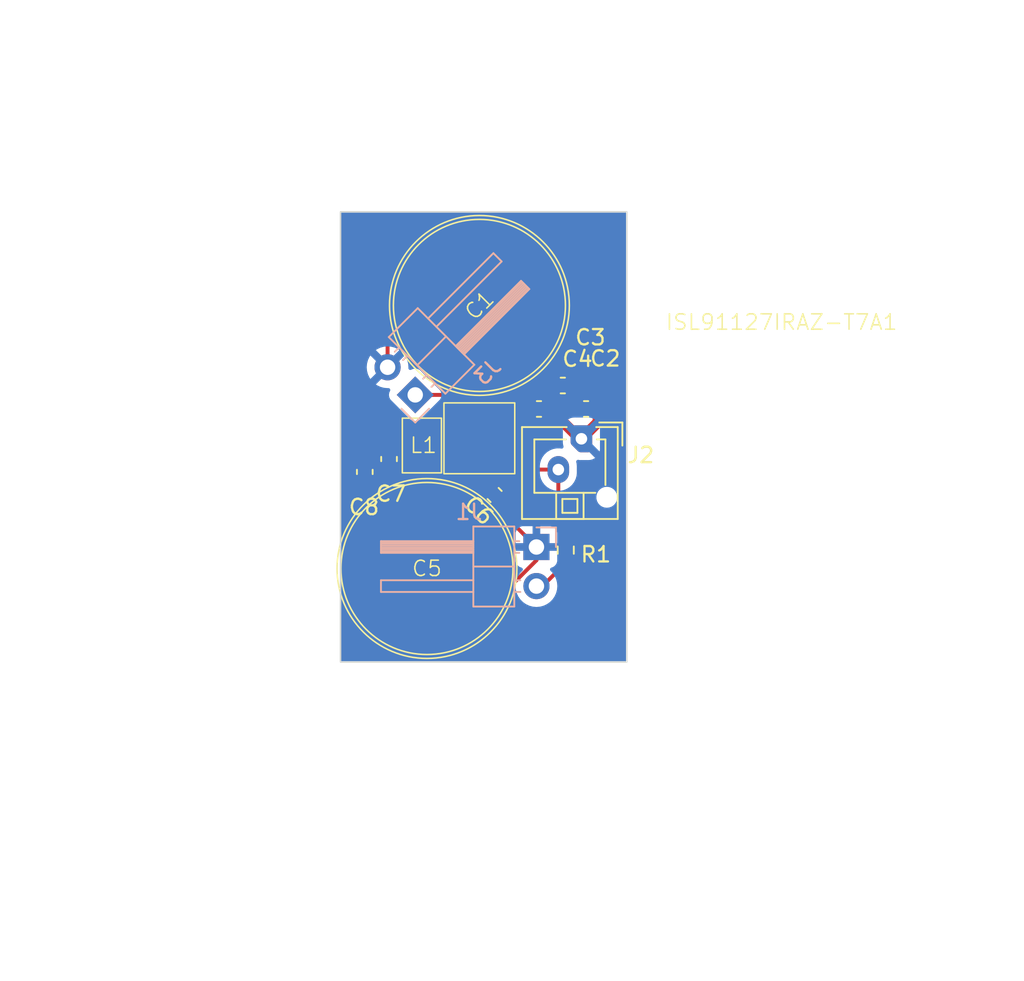
<source format=kicad_pcb>
(kicad_pcb (version 20221018) (generator pcbnew)
  (layers (0 "F.Cu" signal) (31 "B.Cu" signal) (34 "B.Paste" user) (35 "F.Paste" user) (36 "B.SilkS" user "B.Silkscreen") (37 "F.SilkS" user "F.Silkscreen") (38 "B.Mask" user) (39 "F.Mask" user) (44 "Edge.Cuts" user))
  (net 0 "")
  (net 1 "Earth")
  (net 2 "Net-(ISL91127IRAZ-T7A1-LX2-Pad1)")
  (net 3 "Net-(ISL91127IRAZ-T7A1-LX1-Pad4)")
  (net 5 "+5C")
  (net 6 "Net-(ISL91127IRAZ-T7A1-EN)")
  (net 7 "+5V")
  (footprint "Capacitor_SMD:C_0603_1608Metric" (layer "F.Cu") (at 161.5948 84.8868)
    (fp_text reference "C2" (at 1.2446 -3.2766) (layer "F.SilkS"))
    (fp_text value "C" hide)
    (fp_line (start -0.14058 -0.51) (end 0.14058 -0.51) (stroke (width 0.12)) (layer "F.SilkS"))
    (fp_line (start -0.14058 0.51) (end 0.14058 0.51) (stroke (width 0.12)) (layer "F.SilkS"))
    (pad "1" smd roundrect (at -0.775 0) (size 0.9 0.95) (layers "F.Cu" "F.Paste" "F.Mask") (net 5 "+5C"))
    (pad "2" smd roundrect (at 0.775 0) (size 0.9 0.95) (layers "F.Cu" "F.Paste" "F.Mask") (net 1 "Earth"))
  )
  (footprint "Capacitor_SMD:C_0603_1608Metric" (layer "F.Cu") (at 147.2184 88.9762 90)
    (fp_text reference "C8" (at -2.286 -0.0508 180) (layer "F.SilkS"))
    (fp_text value "C" hide)
    (fp_line (start -0.14058 -0.51) (end 0.14058 -0.51) (stroke (width 0.12)) (layer "F.SilkS"))
    (fp_line (start -0.14058 0.51) (end 0.14058 0.51) (stroke (width 0.12)) (layer "F.SilkS"))
    (pad "1" smd roundrect (at -0.775 0 90) (size 0.9 0.95) (layers "F.Cu" "F.Paste" "F.Mask") (net 6 "Net-(ISL91127IRAZ-T7A1-EN)"))
    (pad "2" smd roundrect (at 0.775 0 90) (size 0.9 0.95) (layers "F.Cu" "F.Paste" "F.Mask") (net 1 "Earth"))
  )
  (footprint "BuckBoosterLibrary:EEE(Capacitor)" (layer "F.Cu") (at 151.257 95.25)
    (fp_text reference "C5" (at 0 0 unlocked) (layer "F.SilkS") (effects (font (thickness 0.1))))
    (fp_text value "C")
    (fp_circle (center 0 0) (end 0 -5.842) (stroke (width 0.1)) (fill none) (layer "F.SilkS"))
    (fp_circle (center 0 0) (end 5.588 0) (stroke (width 0.1)) (fill none) (layer "F.SilkS"))
    (pad "1" smd roundrect (at 0 -3.55) (size 2 4) (layers "F.Cu" "F.Paste" "F.Mask") (net 6 "Net-(ISL91127IRAZ-T7A1-EN)"))
    (pad "2" smd roundrect (at 0 3.55) (size 2 4) (layers "F.Cu" "F.Paste" "F.Mask") (net 1 "Earth"))
  )
  (footprint "Resistor_SMD:R_0603_1608Metric" (layer "F.Cu") (at 160.274 94.0562 -90)
    (fp_text reference "R1" (at 0.2794 -1.9558 -180) (layer "F.SilkS"))
    (fp_text value "R" hide)
    (fp_line (start -0.237258 -0.5225) (end 0.237258 -0.5225) (stroke (width 0.12)) (layer "F.SilkS"))
    (fp_line (start -0.237258 0.5225) (end 0.237258 0.5225) (stroke (width 0.12)) (layer "F.SilkS"))
    (pad "1" smd roundrect (at -0.825 0 270) (size 0.8 0.95) (layers "F.Cu" "F.Paste" "F.Mask") (net 6 "Net-(ISL91127IRAZ-T7A1-EN)"))
    (pad "2" smd roundrect (at 0.825 0 270) (size 0.8 0.95) (layers "F.Cu" "F.Paste" "F.Mask") (net 7 "+5V"))
  )
  (footprint "Capacitor_SMD:C_0603_1608Metric" (layer "F.Cu") (at 160.0832 83.3628)
    (fp_text reference "C3" (at 1.791 -3.1242) (layer "F.SilkS"))
    (fp_text value "C" hide)
    (fp_line (start -0.14058 -0.51) (end 0.14058 -0.51) (stroke (width 0.12)) (layer "F.SilkS"))
    (fp_line (start -0.14058 0.51) (end 0.14058 0.51) (stroke (width 0.12)) (layer "F.SilkS"))
    (pad "1" smd roundrect (at -0.775 0) (size 0.9 0.95) (layers "F.Cu" "F.Paste" "F.Mask") (net 5 "+5C"))
    (pad "2" smd roundrect (at 0.775 0) (size 0.9 0.95) (layers "F.Cu" "F.Paste" "F.Mask") (net 1 "Earth"))
  )
  (footprint "BuckBoosterLibrary:MEKK Inductor" (layer "F.Cu") (at 150.9268 87.2592 90)
    (fp_text reference "L1" (at 0.0102 0.1016 unlocked) (layer "F.SilkS") (effects (font (thickness 0.1))))
    (fp_text value "L" hide)
    (fp_rect (start -1.778 -1.27) (end 1.778 1.27) (stroke (width 0.1)) (fill none) (layer "F.SilkS"))
    (pad "1" smd roundrect (at -0.95 0 90) (size 0.9 2.2) (layers "F.Cu" "F.Paste" "F.Mask") (net 3 "Net-(ISL91127IRAZ-T7A1-LX1-Pad4)"))
    (pad "2" smd roundrect (at 0.95 0 90) (size 0.9 2.2) (layers "F.Cu" "F.Paste" "F.Mask") (net 2 "Net-(ISL91127IRAZ-T7A1-LX2-Pad1)"))
  )
  (footprint "Capacitor_SMD:C_0603_1608Metric" (layer "F.Cu") (at 148.7932 88.138 90)
    (fp_text reference "C7" (at -2.2606 0.127 180) (layer "F.SilkS"))
    (fp_text value "C" hide)
    (fp_line (start -0.14058 -0.51) (end 0.14058 -0.51) (stroke (width 0.12)) (layer "F.SilkS"))
    (fp_line (start -0.14058 0.51) (end 0.14058 0.51) (stroke (width 0.12)) (layer "F.SilkS"))
    (pad "1" smd roundrect (at -0.775 0 90) (size 0.9 0.95) (layers "F.Cu" "F.Paste" "F.Mask") (net 6 "Net-(ISL91127IRAZ-T7A1-EN)"))
    (pad "2" smd roundrect (at 0.775 0 90) (size 0.9 0.95) (layers "F.Cu" "F.Paste" "F.Mask") (net 1 "Earth"))
  )
  (footprint "Capacitor_SMD:C_0603_1608Metric" (layer "F.Cu") (at 155.6512 90.4748 -45)
    (fp_text reference "C6" (at -0.01724 1.41816 135) (layer "F.SilkS"))
    (fp_text value "C" hide)
    (fp_line (start -0.14058 -0.51) (end 0.14058 -0.51) (stroke (width 0.12)) (layer "F.SilkS"))
    (fp_line (start -0.14058 0.51) (end 0.14058 0.51) (stroke (width 0.12)) (layer "F.SilkS"))
    (pad "1" smd roundrect (at -0.775 0 315) (size 0.9 0.95) (layers "F.Cu" "F.Paste" "F.Mask") (net 6 "Net-(ISL91127IRAZ-T7A1-EN)"))
    (pad "2" smd roundrect (at 0.775 0 315) (size 0.9 0.95) (layers "F.Cu" "F.Paste" "F.Mask") (net 1 "Earth"))
  )
  (footprint "Capacitor_SMD:C_0603_1608Metric" (layer "F.Cu") (at 158.5338 84.8868)
    (fp_text reference "C4" (at 2.5022 -3.2512) (layer "F.SilkS"))
    (fp_text value "C" hide)
    (fp_line (start -0.14058 -0.51) (end 0.14058 -0.51) (stroke (width 0.12)) (layer "F.SilkS"))
    (fp_line (start -0.14058 0.51) (end 0.14058 0.51) (stroke (width 0.12)) (layer "F.SilkS"))
    (pad "1" smd roundrect (at -0.775 0) (size 0.9 0.95) (layers "F.Cu" "F.Paste" "F.Mask") (net 5 "+5C"))
    (pad "2" smd roundrect (at 0.775 0) (size 0.9 0.95) (layers "F.Cu" "F.Paste" "F.Mask") (net 1 "Earth"))
  )
  (footprint "BuckBoosterLibrary:ISL91127IRAZ-T7A" (layer "F.Cu") (at 154.6606 86.7918)
    (fp_text reference "ISL91127IRAZ-T7A1" (at 19.6342 -7.5438 unlocked) (layer "F.SilkS") (effects (font (thickness 0.1))))
    (fp_text value "~")
    (fp_rect (start -2.3 -2.3) (end 2.3 2.3) (stroke (width 0.1)) (fill none) (layer "F.SilkS"))
    (pad "1" smd roundrect (at -1.778 -1.016 180) (size 0.6 0.25) (layers "F.Cu" "F.Paste" "F.Mask") (net 2 "Net-(ISL91127IRAZ-T7A1-LX2-Pad1)"))
    (pad "2" smd roundrect (at -1.778 -0.508 180) (size 0.6 0.25) (layers "F.Cu" "F.Paste" "F.Mask") (net 2 "Net-(ISL91127IRAZ-T7A1-LX2-Pad1)"))
    (pad "3" smd roundrect (at -1.778 0 180) (size 0.6 0.25) (layers "F.Cu" "F.Paste" "F.Mask") (net 1 "Earth"))
    (pad "4" smd roundrect (at -1.778 0.508 180) (size 0.6 0.25) (layers "F.Cu" "F.Paste" "F.Mask") (net 3 "Net-(ISL91127IRAZ-T7A1-LX1-Pad4)"))
    (pad "5" smd roundrect (at -1.778 1.016 180) (size 0.6 0.25) (layers "F.Cu" "F.Paste" "F.Mask") (net 3 "Net-(ISL91127IRAZ-T7A1-LX1-Pad4)"))
    (pad "6" smd roundrect (at -1.016 1.778 270) (size 0.6 0.25) (layers "F.Cu" "F.Paste" "F.Mask") (net 6 "Net-(ISL91127IRAZ-T7A1-EN)"))
    (pad "7" smd roundrect (at -0.508 1.778 270) (size 0.6 0.25) (layers "F.Cu" "F.Paste" "F.Mask") (net 6 "Net-(ISL91127IRAZ-T7A1-EN)"))
    (pad "8" smd roundrect (at 0 1.778 270) (size 0.6 0.25) (layers "F.Cu" "F.Paste" "F.Mask") (net 6 "Net-(ISL91127IRAZ-T7A1-EN)"))
    (pad "9" smd roundrect (at 0.508 1.778 270) (size 0.6 0.25) (layers "F.Cu" "F.Paste" "F.Mask") (net 6 "Net-(ISL91127IRAZ-T7A1-EN)"))
    (pad "10" smd roundrect (at 1.016 1.778 270) (size 0.6 0.25) (layers "F.Cu" "F.Paste" "F.Mask") (net 6 "Net-(ISL91127IRAZ-T7A1-EN)"))
    (pad "11" smd roundrect (at 1.778 1.016) (size 0.6 0.25) (layers "F.Cu" "F.Paste" "F.Mask") (net 6 "Net-(ISL91127IRAZ-T7A1-EN)"))
    (pad "12" smd roundrect (at 1.778 0.508) (size 0.6 0.25) (layers "F.Cu" "F.Paste" "F.Mask") (net 6 "Net-(ISL91127IRAZ-T7A1-EN)"))
    (pad "13" smd roundrect (at 1.778 0) (size 0.6 0.25) (layers "F.Cu" "F.Paste" "F.Mask") (net 1 "Earth"))
    (pad "14" smd roundrect (at 1.778 -0.508) (size 0.6 0.25) (layers "F.Cu" "F.Paste" "F.Mask") (net 1 "Earth"))
    (pad "15" smd roundrect (at 1.778 -1.016) (size 0.6 0.25) (layers "F.Cu" "F.Paste" "F.Mask") (net 5 "+5C"))
    (pad "16" smd roundrect (at 1.016 -1.778 90) (size 0.6 0.25) (layers "F.Cu" "F.Paste" "F.Mask"))
    (pad "17" smd roundrect (at 0.508 -1.778 90) (size 0.6 0.25) (layers "F.Cu" "F.Paste" "F.Mask") (net 5 "+5C"))
    (pad "18" smd roundrect (at 0 -1.778 90) (size 0.6 0.25) (layers "F.Cu" "F.Paste" "F.Mask") (net 5 "+5C"))
    (pad "19" smd roundrect (at -0.508 -1.778 90) (size 0.6 0.25) (layers "F.Cu" "F.Paste" "F.Mask") (net 5 "+5C"))
    (pad "20" smd roundrect (at -1.016 -1.778 90) (size 0.6 0.25) (layers "F.Cu" "F.Paste" "F.Mask") (net 5 "+5C"))
    (pad "21" smd roundrect (at 0 0) (size 2.7 2.7) (layers "F.Cu" "F.Paste" "F.Mask") (net 1 "Earth"))
  )
  (footprint "BuckBoosterLibrary:EEE(Capacitor)" (layer "F.Cu") (at 154.664971 78.160171 -135)
    (fp_text reference "C1" (at 0 0 45 unlocked) (layer "F.SilkS") (effects (font (thickness 0.1))))
    (fp_text value "C")
    (fp_circle (center 0 0) (end 0 -5.842) (stroke (width 0.1)) (fill none) (layer "F.SilkS"))
    (fp_circle (center 0 0) (end 5.588 0) (stroke (width 0.1)) (fill none) (layer "F.SilkS"))
    (pad "1" smd roundrect (at 0 -3.55 225) (size 2 4) (layers "F.Cu" "F.Paste" "F.Mask") (net 5 "+5C"))
    (pad "2" smd roundrect (at 0 3.55 225) (size 2 4) (layers "F.Cu" "F.Paste" "F.Mask") (net 1 "Earth"))
  )
  (footprint "Connector_JST:JST_ZE_B02B-ZESK-1D_1x02_P1.50mm_Vertical" (layer "F.Cu") (at 161.2914 86.8238 180)
    (fp_text reference "J2" (at -3.8594 -1.0602) (layer "F.SilkS"))
    (fp_text value "Capacitor")
    (fp_line (start -2.66 -0.44) (end -2.66 1.06) (stroke (width 0.12)) (layer "F.SilkS"))
    (fp_line (start -2.66 1.06) (end -1.16 1.06) (stroke (width 0.12)) (layer "F.SilkS"))
    (fp_line (start -2.36 -5.21) (end 3.86 -5.21) (stroke (width 0.12)) (layer "F.SilkS"))
    (fp_line (start -2.36 0.76) (end -2.36 -5.21) (stroke (width 0.12)) (layer "F.SilkS"))
    (fp_line (start -1.56 -3) (end -1.56 -0.04) (stroke (width 0.12)) (layer "F.SilkS"))
    (fp_line (start -1.56 -0.04) (end -1 -0.04) (stroke (width 0.12)) (layer "F.SilkS"))
    (fp_line (start -0.96 0.76) (end -2.36 0.76) (stroke (width 0.12)) (layer "F.SilkS"))
    (fp_line (start -0.14 -5.21) (end -0.14 -3.51) (stroke (width 0.12)) (layer "F.SilkS"))
    (fp_line (start -0.14 -3.51) (end -0.9 -3.51) (stroke (width 0.12)) (layer "F.SilkS"))
    (fp_line (start -0.14 -3.51) (end 1.64 -3.51) (stroke (width 0.12)) (layer "F.SilkS"))
    (fp_line (start 0.26 -4.81) (end 0.26 -3.91) (stroke (width 0.12)) (layer "F.SilkS"))
    (fp_line (start 0.26 -3.91) (end 1.24 -3.91) (stroke (width 0.12)) (layer "F.SilkS"))
    (fp_line (start 1.24 -4.81) (end 0.26 -4.81) (stroke (width 0.12)) (layer "F.SilkS"))
    (fp_line (start 1.24 -3.91) (end 1.24 -4.81) (stroke (width 0.12)) (layer "F.SilkS"))
    (fp_line (start 1.64 -5.21) (end -0.14 -5.21) (stroke (width 0.12)) (layer "F.SilkS"))
    (fp_line (start 1.64 -3.51) (end 1.64 -5.21) (stroke (width 0.12)) (layer "F.SilkS"))
    (fp_line (start 1.64 -3.51) (end 3.06 -3.51) (stroke (width 0.12)) (layer "F.SilkS"))
    (fp_line (start 3.06 -3.51) (end 3.06 -0.04) (stroke (width 0.12)) (layer "F.SilkS"))
    (fp_line (start 3.06 -0.04) (end 1 -0.04) (stroke (width 0.12)) (layer "F.SilkS"))
    (fp_line (start 3.86 -5.21) (end 3.86 0.76) (stroke (width 0.12)) (layer "F.SilkS"))
    (fp_line (start 3.86 0.76) (end 0.96 0.76) (stroke (width 0.12)) (layer "F.SilkS"))
    (pad "" np_thru_hole circle (at -1.65 -3.8 180) (size 0.85 0.85) (drill 0.85) (layers "*.Cu" "*.Mask"))
    (pad "1" thru_hole custom (at 0 0 180) (size 1.117157 1.117157) (drill 0.75) (layers "*.Cu" "*.Mask") (net 1 "Earth") (options (clearance outline) (anchor circle)) (primitives (gr_poly (pts (xy 0.45 -0.225) (xy 0.45 0.625) (xy -0.45 0.625) (xy -0.45 -0.625) (xy 0.05 -0.625)) (width 0.5) (fill yes))))
    (pad "2" thru_hole oval (at 1.5 -2 180) (size 1.4 1.75) (drill 0.75) (layers "*.Cu" "*.Mask") (net 6 "Net-(ISL91127IRAZ-T7A1-EN)"))
  )
  (footprint "Connector_PinHeader_2.54mm:PinHeader_1x02_P2.54mm_Horizontal" (layer "B.Cu") (at 158.369 93.853 180)
    (fp_text reference "J1" (at 4.385 2.27) (layer "B.SilkS") (effects (justify mirror)))
    (fp_text value "Conn_01x02_Socket" hide)
    (fp_line (start -1.27 0) (end -1.27 1.27) (stroke (width 0.12)) (layer "B.SilkS"))
    (fp_line (start -1.27 1.27) (end 0 1.27) (stroke (width 0.12)) (layer "B.SilkS"))
    (fp_line (start 1.042929 -2.92) (end 1.44 -2.92) (stroke (width 0.12)) (layer "B.SilkS"))
    (fp_line (start 1.042929 -2.16) (end 1.44 -2.16) (stroke (width 0.12)) (layer "B.SilkS"))
    (fp_line (start 1.11 -0.38) (end 1.44 -0.38) (stroke (width 0.12)) (layer "B.SilkS"))
    (fp_line (start 1.11 0.38) (end 1.44 0.38) (stroke (width 0.12)) (layer "B.SilkS"))
    (fp_line (start 1.44 -3.87) (end 4.1 -3.87) (stroke (width 0.12)) (layer "B.SilkS"))
    (fp_line (start 1.44 -1.27) (end 4.1 -1.27) (stroke (width 0.12)) (layer "B.SilkS"))
    (fp_line (start 1.44 1.33) (end 1.44 -3.87) (stroke (width 0.12)) (layer "B.SilkS"))
    (fp_line (start 4.1 -3.87) (end 4.1 1.33) (stroke (width 0.12)) (layer "B.SilkS"))
    (fp_line (start 4.1 -2.16) (end 10.1 -2.16) (stroke (width 0.12)) (layer "B.SilkS"))
    (fp_line (start 4.1 -0.28) (end 10.1 -0.28) (stroke (width 0.12)) (layer "B.SilkS"))
    (fp_line (start 4.1 -0.16) (end 10.1 -0.16) (stroke (width 0.12)) (layer "B.SilkS"))
    (fp_line (start 4.1 -0.04) (end 10.1 -0.04) (stroke (width 0.12)) (layer "B.SilkS"))
    (fp_line (start 4.1 0.08) (end 10.1 0.08) (stroke (width 0.12)) (layer "B.SilkS"))
    (fp_line (start 4.1 0.2) (end 10.1 0.2) (stroke (width 0.12)) (layer "B.SilkS"))
    (fp_line (start 4.1 0.32) (end 10.1 0.32) (stroke (width 0.12)) (layer "B.SilkS"))
    (fp_line (start 4.1 0.38) (end 10.1 0.38) (stroke (width 0.12)) (layer "B.SilkS"))
    (fp_line (start 4.1 1.33) (end 1.44 1.33) (stroke (width 0.12)) (layer "B.SilkS"))
    (fp_line (start 10.1 -2.92) (end 4.1 -2.92) (stroke (width 0.12)) (layer "B.SilkS"))
    (fp_line (start 10.1 -2.16) (end 10.1 -2.92) (stroke (width 0.12)) (layer "B.SilkS"))
    (fp_line (start 10.1 -0.38) (end 4.1 -0.38) (stroke (width 0.12)) (layer "B.SilkS"))
    (fp_line (start 10.1 0.38) (end 10.1 -0.38) (stroke (width 0.12)) (layer "B.SilkS"))
    (pad "1" thru_hole rect (at 0 0 180) (size 1.7 1.7) (drill 1) (layers "*.Cu" "*.Mask") (net 1 "Earth"))
    (pad "2" thru_hole oval (at 0 -2.54 180) (size 1.7 1.7) (drill 1) (layers "*.Cu" "*.Mask") (net 7 "+5V"))
  )
  (footprint "Connector_PinHeader_2.54mm:PinHeader_1x02_P2.54mm_Horizontal" (layer "B.Cu") (at 150.495 83.9724 45)
    (fp_text reference "J3" (at 4.385 2.27 45) (layer "B.SilkS") (effects (justify mirror)))
    (fp_text value "Conn_01x02_Socket")
    (fp_line (start -1.27 0) (end -1.27 1.27) (stroke (width 0.12)) (layer "B.SilkS"))
    (fp_line (start -1.27 1.27) (end 0 1.27) (stroke (width 0.12)) (layer "B.SilkS"))
    (fp_line (start 1.042929 -2.92) (end 1.44 -2.92) (stroke (width 0.12)) (layer "B.SilkS"))
    (fp_line (start 1.042929 -2.16) (end 1.44 -2.16) (stroke (width 0.12)) (layer "B.SilkS"))
    (fp_line (start 1.11 -0.38) (end 1.44 -0.38) (stroke (width 0.12)) (layer "B.SilkS"))
    (fp_line (start 1.11 0.38) (end 1.44 0.38) (stroke (width 0.12)) (layer "B.SilkS"))
    (fp_line (start 1.44 -3.87) (end 4.1 -3.87) (stroke (width 0.12)) (layer "B.SilkS"))
    (fp_line (start 1.44 -1.27) (end 4.1 -1.27) (stroke (width 0.12)) (layer "B.SilkS"))
    (fp_line (start 1.44 1.33) (end 1.44 -3.87) (stroke (width 0.12)) (layer "B.SilkS"))
    (fp_line (start 4.1 -3.87) (end 4.1 1.33) (stroke (width 0.12)) (layer "B.SilkS"))
    (fp_line (start 4.1 -2.16) (end 10.1 -2.16) (stroke (width 0.12)) (layer "B.SilkS"))
    (fp_line (start 4.1 -0.28) (end 10.1 -0.28) (stroke (width 0.12)) (layer "B.SilkS"))
    (fp_line (start 4.1 -0.16) (end 10.1 -0.16) (stroke (width 0.12)) (layer "B.SilkS"))
    (fp_line (start 4.1 -0.04) (end 10.1 -0.04) (stroke (width 0.12)) (layer "B.SilkS"))
    (fp_line (start 4.1 0.08) (end 10.1 0.08) (stroke (width 0.12)) (layer "B.SilkS"))
    (fp_line (start 4.1 0.2) (end 10.1 0.2) (stroke (width 0.12)) (layer "B.SilkS"))
    (fp_line (start 4.1 0.32) (end 10.1 0.32) (stroke (width 0.12)) (layer "B.SilkS"))
    (fp_line (start 4.1 0.38) (end 10.1 0.38) (stroke (width 0.12)) (layer "B.SilkS"))
    (fp_line (start 4.1 1.33) (end 1.44 1.33) (stroke (width 0.12)) (layer "B.SilkS"))
    (fp_line (start 10.1 -2.92) (end 4.1 -2.92) (stroke (width 0.12)) (layer "B.SilkS"))
    (fp_line (start 10.1 -2.16) (end 10.1 -2.92) (stroke (width 0.12)) (layer "B.SilkS"))
    (fp_line (start 10.1 -0.38) (end 4.1 -0.38) (stroke (width 0.12)) (layer "B.SilkS"))
    (fp_line (start 10.1 0.38) (end 10.1 -0.38) (stroke (width 0.12)) (layer "B.SilkS"))
    (pad "1" thru_hole rect (at 0 0 45) (size 1.7 1.7) (drill 1) (layers "*.Cu" "*.Mask") (net 5 "+5C"))
    (pad "2" thru_hole oval (at 0 -2.54 45) (size 1.7 1.7) (drill 1) (layers "*.Cu" "*.Mask") (net 1 "Earth"))
  )
  (gr_rect (start 145.6436 72.0852) (end 164.2364 101.3206) (stroke (width 0.1)) (fill none) (layer "Edge.Cuts"))
  (segment (start 155.9306 86.7918) (end 156.4386 86.2838) (width 0.254) (layer "F.Cu") (net 1))
  (segment (start 156.199208 91.022808) (end 156.199208 91.683208) (width 0.254) (layer "F.Cu") (net 1))
  (segment (start 148.698949 82.176349) (end 148.698949 79.105735) (width 0.254) (layer "F.Cu") (net 1))
  (segment (start 157.9118 86.2838) (end 159.3088 84.8868) (width 0.254) (layer "F.Cu") (net 1))
  (segment (start 161.185784 86.8238) (end 159.3088 84.946816) (width 0.7) (layer "F.Cu") (net 1))
  (segment (start 151.257 98.8) (end 154.2856 98.8) (width 0.254) (layer "F.Cu") (net 1))
  (segment (start 161.2914 86.8238) (end 161.185784 86.8238) (width 0.7) (layer "F.Cu") (net 1))
  (segment (start 159.3088 84.946816) (end 159.3088 84.8868) (width 0.7) (layer "F.Cu") (net 1))
  (segment (start 161.2914 86.8238) (end 162.3698 85.7454) (width 0.7) (layer "F.Cu") (net 1))
  (segment (start 154.6606 86.7918) (end 156.4386 86.7918) (width 0.254) (layer "F.Cu") (net 1))
  (segment (start 156.199208 91.683208) (end 158.369 93.853) (width 0.254) (layer "F.Cu") (net 1))
  (segment (start 152.8826 86.7918) (end 154.6606 86.7918) (width 0.254) (layer "F.Cu") (net 1))
  (segment (start 162.3698 85.7454) (end 162.3698 84.8868) (width 0.7) (layer "F.Cu") (net 1))
  (segment (start 147.955 88.2012) (end 148.7932 87.363) (width 0.254) (layer "F.Cu") (net 1))
  (segment (start 151.968564 87.363) (end 152.539764 86.7918) (width 0.254) (layer "F.Cu") (net 1))
  (segment (start 162.3698 84.865784) (end 160.866816 83.3628) (width 0.7) (layer "F.Cu") (net 1))
  (segment (start 156.4386 86.2838) (end 157.9118 86.2838) (width 0.254) (layer "F.Cu") (net 1))
  (segment (start 154.6606 86.7918) (end 155.9306 86.7918) (width 0.254) (layer "F.Cu") (net 1))
  (segment (start 148.698949 79.105735) (end 152.154742 75.649942) (width 0.254) (layer "F.Cu") (net 1))
  (segment (start 152.539764 86.7918) (end 152.8826 86.7918) (width 0.254) (layer "F.Cu") (net 1))
  (segment (start 160.866816 83.3628) (end 160.8582 83.3628) (width 0.7) (layer "F.Cu") (net 1))
  (segment (start 154.2856 98.8) (end 158.369 94.7166) (width 0.254) (layer "F.Cu") (net 1))
  (segment (start 148.7932 87.363) (end 151.968564 87.363) (width 0.254) (layer "F.Cu") (net 1))
  (segment (start 158.369 94.7166) (end 158.369 93.853) (width 0.254) (layer "F.Cu") (net 1))
  (segment (start 147.2184 88.2012) (end 147.955 88.2012) (width 0.254) (layer "F.Cu") (net 1))
  (segment (start 162.3698 84.8868) (end 162.3698 84.865784) (width 0.7) (layer "F.Cu") (net 1))
  (segment (start 150.9268 86.3092) (end 152.8572 86.3092) (width 0.254) (layer "F.Cu") (net 2))
  (segment (start 152.8826 85.7758) (end 152.8826 86.2838) (width 0.254) (layer "F.Cu") (net 2))
  (segment (start 152.8572 86.3092) (end 152.8826 86.2838) (width 0.254) (layer "F.Cu") (net 2))
  (segment (start 152.8826 87.2998) (end 152.8826 87.8078) (width 0.254) (layer "F.Cu") (net 3))
  (segment (start 150.9268 88.2092) (end 152.4812 88.2092) (width 0.254) (layer "F.Cu") (net 3))
  (segment (start 152.4812 88.2092) (end 152.8826 87.8078) (width 0.254) (layer "F.Cu") (net 3))
  (segment (start 157.7842 84.8868) (end 159.3082 83.3628) (width 0.254) (layer "F.Cu") (net 5))
  (segment (start 155.1686 85.0138) (end 155.1686 84.670964) (width 0.254) (layer "F.Cu") (net 5))
  (segment (start 156.0148 84.3868) (end 156.4386 84.8106) (width 0.254) (layer "F.Cu") (net 5))
  (segment (start 155.452764 84.3868) (end 156.0148 84.3868) (width 0.254) (layer "F.Cu") (net 5))
  (segment (start 153.6446 85.0138) (end 152.6032 83.9724) (width 0.254) (layer "F.Cu") (net 5))
  (segment (start 157.1752 81.2298) (end 159.3082 83.3628) (width 0.254) (layer "F.Cu") (net 5))
  (segment (start 152.6032 83.9724) (end 150.495 83.9724) (width 0.254) (layer "F.Cu") (net 5))
  (segment (start 156.4386 84.8106) (end 156.4386 85.7758) (width 0.254) (layer "F.Cu") (net 5))
  (segment (start 159.3082 83.3628) (end 159.3082 83.3752) (width 0.254) (layer "F.Cu") (net 5))
  (segment (start 159.3082 83.3752) (end 160.8198 84.8868) (width 0.254) (layer "F.Cu") (net 5))
  (segment (start 156.4386 85.7758) (end 156.8698 85.7758) (width 0.254) (layer "F.Cu") (net 5))
  (segment (start 157.7588 84.8868) (end 157.7842 84.8868) (width 0.254) (layer "F.Cu") (net 5))
  (segment (start 155.1686 84.670964) (end 155.452764 84.3868) (width 0.254) (layer "F.Cu") (net 5))
  (segment (start 156.8698 85.7758) (end 157.7588 84.8868) (width 0.254) (layer "F.Cu") (net 5))
  (segment (start 153.6446 85.0138) (end 155.1686 85.0138) (width 0.254) (layer "F.Cu") (net 5))
  (segment (start 157.1752 80.6704) (end 157.1752 81.2298) (width 0.254) (layer "F.Cu") (net 5))
  (segment (start 157.4546 88.8238) (end 159.7914 88.8238) (width 0.254) (layer "F.Cu") (net 6))
  (segment (start 155.1686 89.861384) (end 155.103192 89.926792) (width 0.254) (layer "F.Cu") (net 6))
  (segment (start 156.4386 87.8078) (end 156.4386 87.2998) (width 0.254) (layer "F.Cu") (net 6))
  (segment (start 155.6766 88.5698) (end 153.6446 88.5698) (width 0.254) (layer "F.Cu") (net 6))
  (segment (start 153.030208 89.926792) (end 155.103192 89.926792) (width 0.254) (layer "F.Cu") (net 6))
  (segment (start 156.4386 87.8078) (end 157.4546 88.8238) (width 0.254) (layer "F.Cu") (net 6))
  (segment (start 155.6766 88.5698) (end 156.4386 87.8078) (width 0.254) (layer "F.Cu") (net 6))
  (segment (start 148.7932 88.913) (end 148.7932 89.2362) (width 0.254) (layer "F.Cu") (net 6))
  (segment (start 159.7914 92.7486) (end 159.7914 88.8238) (width 0.254) (layer "F.Cu") (net 6))
  (segment (start 147.955 89.7512) (end 148.7932 88.913) (width 0.254) (layer "F.Cu") (net 6))
  (segment (start 148.7932 89.2362) (end 151.257 91.7) (width 0.254) (layer "F.Cu") (net 6))
  (segment (start 160.274 93.2312) (end 159.7914 92.7486) (width 0.254) (layer "F.Cu") (net 6))
  (segment (start 147.2184 89.7512) (end 147.955 89.7512) (width 0.254) (layer "F.Cu") (net 6))
  (segment (start 155.1686 88.5698) (end 155.1686 89.861384) (width 0.254) (layer "F.Cu") (net 6))
  (segment (start 151.257 91.7) (end 153.030208 89.926792) (width 0.254) (layer "F.Cu") (net 6))
  (segment (start 158.7622 96.393) (end 160.274 94.8812) (width 0.254) (layer "F.Cu") (net 7))
  (segment (start 158.369 96.393) (end 158.7622 96.393) (width 0.254) (layer "F.Cu") (net 7))
  (zone (net 1) (net_name "Earth") (layer "B.Cu") (connect_pads (clearance 0.5)) (min_thickness 0.25) (fill yes (thermal_gap 0.5) (thermal_bridge_width 0.5))
    (polygon (pts (xy 123.5202 58.3184) (xy 173.6852 61.2394) (xy 190.0428 122.047) (xy 127.2794 110.2868)))
  )
)
</source>
